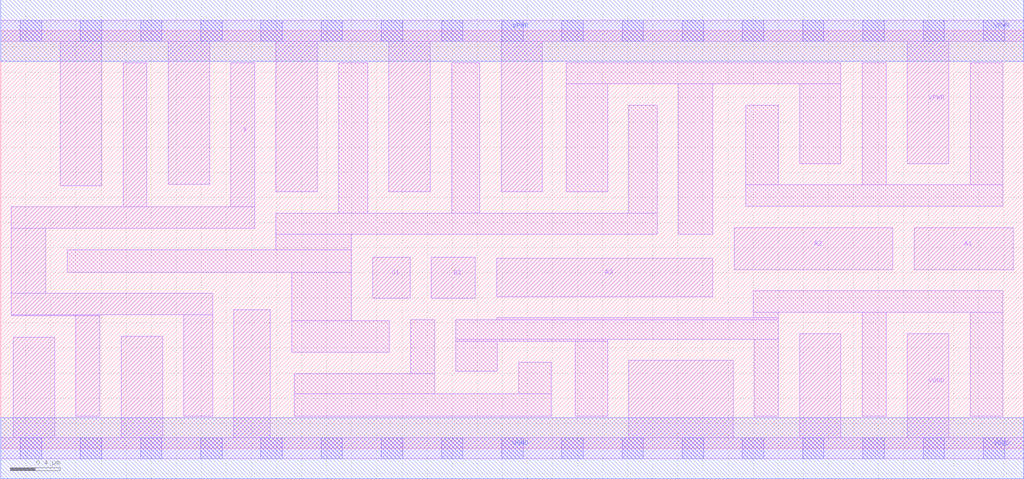
<source format=lef>
# Copyright 2020 The SkyWater PDK Authors
#
# Licensed under the Apache License, Version 2.0 (the "License");
# you may not use this file except in compliance with the License.
# You may obtain a copy of the License at
#
#     https://www.apache.org/licenses/LICENSE-2.0
#
# Unless required by applicable law or agreed to in writing, software
# distributed under the License is distributed on an "AS IS" BASIS,
# WITHOUT WARRANTIES OR CONDITIONS OF ANY KIND, either express or implied.
# See the License for the specific language governing permissions and
# limitations under the License.
#
# SPDX-License-Identifier: Apache-2.0

VERSION 5.7 ;
  NAMESCASESENSITIVE ON ;
  NOWIREEXTENSIONATPIN ON ;
  DIVIDERCHAR "/" ;
  BUSBITCHARS "[]" ;
UNITS
  DATABASE MICRONS 200 ;
END UNITS
MACRO sky130_fd_sc_lp__o311a_4
  CLASS CORE ;
  SOURCE USER ;
  FOREIGN sky130_fd_sc_lp__o311a_4 ;
  ORIGIN  0.000000  0.000000 ;
  SIZE  8.160000 BY  3.330000 ;
  SYMMETRY X Y R90 ;
  SITE unit ;
  PIN A1
    ANTENNAGATEAREA  0.630000 ;
    DIRECTION INPUT ;
    USE SIGNAL ;
    PORT
      LAYER li1 ;
        RECT 7.285000 1.425000 8.075000 1.760000 ;
    END
  END A1
  PIN A2
    ANTENNAGATEAREA  0.630000 ;
    DIRECTION INPUT ;
    USE SIGNAL ;
    PORT
      LAYER li1 ;
        RECT 5.850000 1.425000 7.115000 1.760000 ;
    END
  END A2
  PIN A3
    ANTENNAGATEAREA  0.630000 ;
    DIRECTION INPUT ;
    USE SIGNAL ;
    PORT
      LAYER li1 ;
        RECT 3.955000 1.210000 5.680000 1.515000 ;
    END
  END A3
  PIN B1
    ANTENNAGATEAREA  0.630000 ;
    DIRECTION INPUT ;
    USE SIGNAL ;
    PORT
      LAYER li1 ;
        RECT 3.435000 1.195000 3.785000 1.525000 ;
    END
  END B1
  PIN C1
    ANTENNAGATEAREA  0.630000 ;
    DIRECTION INPUT ;
    USE SIGNAL ;
    PORT
      LAYER li1 ;
        RECT 2.965000 1.195000 3.265000 1.525000 ;
    END
  END C1
  PIN X
    ANTENNADIFFAREA  1.176000 ;
    DIRECTION OUTPUT ;
    USE SIGNAL ;
    PORT
      LAYER li1 ;
        RECT 0.085000 1.055000 0.790000 1.065000 ;
        RECT 0.085000 1.065000 1.690000 1.235000 ;
        RECT 0.085000 1.235000 0.360000 1.755000 ;
        RECT 0.085000 1.755000 2.025000 1.925000 ;
        RECT 0.600000 0.255000 0.790000 1.055000 ;
        RECT 0.975000 1.925000 1.165000 3.075000 ;
        RECT 1.460000 0.255000 1.690000 1.065000 ;
        RECT 1.835000 1.925000 2.025000 3.075000 ;
    END
  END X
  PIN VGND
    DIRECTION INOUT ;
    USE GROUND ;
    PORT
      LAYER li1 ;
        RECT 0.000000 -0.085000 8.160000 0.085000 ;
        RECT 0.100000  0.085000 0.430000 0.885000 ;
        RECT 0.960000  0.085000 1.290000 0.895000 ;
        RECT 1.860000  0.085000 2.150000 1.105000 ;
        RECT 5.010000  0.085000 5.840000 0.700000 ;
        RECT 6.370000  0.085000 6.700000 0.915000 ;
        RECT 7.230000  0.085000 7.560000 0.915000 ;
      LAYER mcon ;
        RECT 0.155000 -0.085000 0.325000 0.085000 ;
        RECT 0.635000 -0.085000 0.805000 0.085000 ;
        RECT 1.115000 -0.085000 1.285000 0.085000 ;
        RECT 1.595000 -0.085000 1.765000 0.085000 ;
        RECT 2.075000 -0.085000 2.245000 0.085000 ;
        RECT 2.555000 -0.085000 2.725000 0.085000 ;
        RECT 3.035000 -0.085000 3.205000 0.085000 ;
        RECT 3.515000 -0.085000 3.685000 0.085000 ;
        RECT 3.995000 -0.085000 4.165000 0.085000 ;
        RECT 4.475000 -0.085000 4.645000 0.085000 ;
        RECT 4.955000 -0.085000 5.125000 0.085000 ;
        RECT 5.435000 -0.085000 5.605000 0.085000 ;
        RECT 5.915000 -0.085000 6.085000 0.085000 ;
        RECT 6.395000 -0.085000 6.565000 0.085000 ;
        RECT 6.875000 -0.085000 7.045000 0.085000 ;
        RECT 7.355000 -0.085000 7.525000 0.085000 ;
        RECT 7.835000 -0.085000 8.005000 0.085000 ;
      LAYER met1 ;
        RECT 0.000000 -0.245000 8.160000 0.245000 ;
    END
  END VGND
  PIN VPWR
    DIRECTION INOUT ;
    USE POWER ;
    PORT
      LAYER li1 ;
        RECT 0.000000 3.245000 8.160000 3.415000 ;
        RECT 0.475000 2.095000 0.805000 3.245000 ;
        RECT 1.335000 2.105000 1.665000 3.245000 ;
        RECT 2.195000 2.045000 2.525000 3.245000 ;
        RECT 3.095000 2.045000 3.425000 3.245000 ;
        RECT 3.990000 2.045000 4.320000 3.245000 ;
        RECT 7.230000 2.270000 7.560000 3.245000 ;
      LAYER mcon ;
        RECT 0.155000 3.245000 0.325000 3.415000 ;
        RECT 0.635000 3.245000 0.805000 3.415000 ;
        RECT 1.115000 3.245000 1.285000 3.415000 ;
        RECT 1.595000 3.245000 1.765000 3.415000 ;
        RECT 2.075000 3.245000 2.245000 3.415000 ;
        RECT 2.555000 3.245000 2.725000 3.415000 ;
        RECT 3.035000 3.245000 3.205000 3.415000 ;
        RECT 3.515000 3.245000 3.685000 3.415000 ;
        RECT 3.995000 3.245000 4.165000 3.415000 ;
        RECT 4.475000 3.245000 4.645000 3.415000 ;
        RECT 4.955000 3.245000 5.125000 3.415000 ;
        RECT 5.435000 3.245000 5.605000 3.415000 ;
        RECT 5.915000 3.245000 6.085000 3.415000 ;
        RECT 6.395000 3.245000 6.565000 3.415000 ;
        RECT 6.875000 3.245000 7.045000 3.415000 ;
        RECT 7.355000 3.245000 7.525000 3.415000 ;
        RECT 7.835000 3.245000 8.005000 3.415000 ;
      LAYER met1 ;
        RECT 0.000000 3.085000 8.160000 3.575000 ;
    END
  END VPWR
  OBS
    LAYER li1 ;
      RECT 0.530000 1.405000 2.795000 1.585000 ;
      RECT 2.195000 1.585000 2.795000 1.705000 ;
      RECT 2.195000 1.705000 5.235000 1.875000 ;
      RECT 2.320000 0.765000 3.100000 1.015000 ;
      RECT 2.320000 1.015000 2.795000 1.405000 ;
      RECT 2.340000 0.255000 4.390000 0.435000 ;
      RECT 2.340000 0.435000 3.460000 0.595000 ;
      RECT 2.695000 1.875000 2.925000 3.075000 ;
      RECT 3.270000 0.595000 3.460000 1.025000 ;
      RECT 3.595000 1.875000 3.820000 3.075000 ;
      RECT 3.630000 0.615000 3.960000 0.855000 ;
      RECT 3.630000 0.855000 4.840000 0.870000 ;
      RECT 3.630000 0.870000 6.200000 1.025000 ;
      RECT 3.955000 1.025000 6.200000 1.040000 ;
      RECT 4.130000 0.435000 4.390000 0.685000 ;
      RECT 4.510000 2.045000 4.840000 2.905000 ;
      RECT 4.510000 2.905000 6.700000 3.075000 ;
      RECT 4.580000 0.255000 4.840000 0.855000 ;
      RECT 5.010000 1.875000 5.235000 2.735000 ;
      RECT 5.405000 1.705000 5.680000 2.905000 ;
      RECT 5.940000 1.930000 7.990000 2.100000 ;
      RECT 5.940000 2.100000 6.200000 2.735000 ;
      RECT 6.000000 1.040000 6.200000 1.085000 ;
      RECT 6.000000 1.085000 7.990000 1.255000 ;
      RECT 6.010000 0.255000 6.200000 0.870000 ;
      RECT 6.370000 2.270000 6.700000 2.905000 ;
      RECT 6.870000 0.255000 7.060000 1.085000 ;
      RECT 6.870000 2.100000 7.060000 3.075000 ;
      RECT 7.730000 0.255000 7.990000 1.085000 ;
      RECT 7.730000 2.100000 7.990000 3.075000 ;
  END
END sky130_fd_sc_lp__o311a_4

</source>
